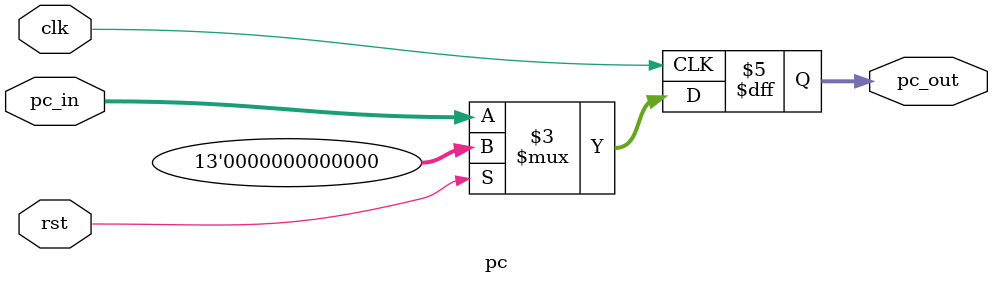
<source format=sv>
`include "timescale.svh"

module pc (
  input  logic clk         ,
  input  logic rst         ,
  input  logic [12:0] pc_in, 
  output logic [12:0] pc_out
);
  
  always_ff @(posedge clk) begin 
    if (rst) begin 
      pc_out <= 0;
    end else begin 
      pc_out <= pc_in;
    end
  end

endmodule : pc
  

</source>
